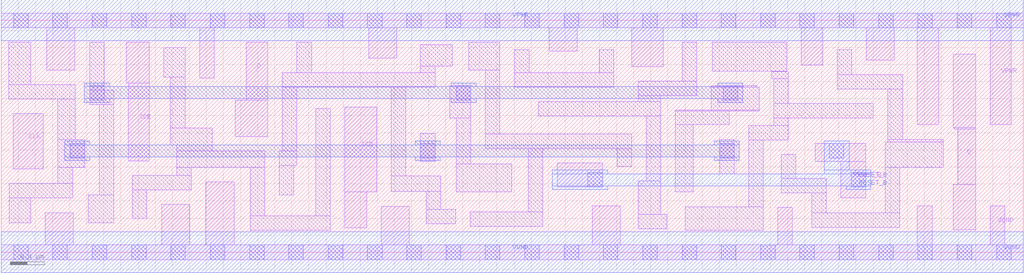
<source format=lef>
# Copyright 2020 The SkyWater PDK Authors
#
# Licensed under the Apache License, Version 2.0 (the "License");
# you may not use this file except in compliance with the License.
# You may obtain a copy of the License at
#
#     https://www.apache.org/licenses/LICENSE-2.0
#
# Unless required by applicable law or agreed to in writing, software
# distributed under the License is distributed on an "AS IS" BASIS,
# WITHOUT WARRANTIES OR CONDITIONS OF ANY KIND, either express or implied.
# See the License for the specific language governing permissions and
# limitations under the License.
#
# SPDX-License-Identifier: Apache-2.0

VERSION 5.7 ;
  NAMESCASESENSITIVE ON ;
  NOWIREEXTENSIONATPIN ON ;
  DIVIDERCHAR "/" ;
  BUSBITCHARS "[]" ;
UNITS
  DATABASE MICRONS 200 ;
END UNITS
MACRO sky130_fd_sc_hd__sdfrtp_2
  CLASS CORE ;
  SOURCE USER ;
  FOREIGN sky130_fd_sc_hd__sdfrtp_2 ;
  ORIGIN  0.000000  0.000000 ;
  SIZE  11.96000 BY  2.720000 ;
  SYMMETRY X Y R90 ;
  SITE unithd ;
  PIN D
    ANTENNAGATEAREA  0.144000 ;
    DIRECTION INPUT ;
    USE SIGNAL ;
    PORT
      LAYER li1 ;
        RECT 2.735000 1.355000 3.120000 1.785000 ;
        RECT 2.865000 1.785000 3.120000 2.465000 ;
    END
  END D
  PIN Q
    ANTENNADIFFAREA  0.445500 ;
    DIRECTION OUTPUT ;
    USE SIGNAL ;
    PORT
      LAYER li1 ;
        RECT 11.140000 0.265000 11.400000 0.795000 ;
        RECT 11.140000 1.460000 11.400000 2.325000 ;
        RECT 11.150000 1.445000 11.400000 1.460000 ;
        RECT 11.190000 0.795000 11.400000 1.445000 ;
    END
  END Q
  PIN RESET_B
    ANTENNAGATEAREA  0.252000 ;
    DIRECTION INPUT ;
    USE SIGNAL ;
    PORT
      LAYER li1 ;
        RECT 6.505000 0.765000  7.035000 1.045000 ;
        RECT 9.525000 1.065000 10.115000 1.275000 ;
        RECT 9.825000 0.635000 10.115000 1.065000 ;
      LAYER mcon ;
        RECT 6.865000 0.765000  7.035000 0.935000 ;
        RECT 9.690000 1.105000  9.860000 1.275000 ;
        RECT 9.945000 0.765000 10.115000 0.935000 ;
      LAYER met1 ;
        RECT 6.445000 0.735000  7.095000 0.780000 ;
        RECT 6.445000 0.780000 10.175000 0.920000 ;
        RECT 6.445000 0.920000  7.095000 0.965000 ;
        RECT 9.630000 0.920000 10.175000 0.965000 ;
        RECT 9.630000 0.965000  9.920000 1.305000 ;
        RECT 9.885000 0.735000 10.175000 0.780000 ;
    END
  END RESET_B
  PIN SCD
    ANTENNAGATEAREA  0.156600 ;
    DIRECTION INPUT ;
    USE SIGNAL ;
    PORT
      LAYER li1 ;
        RECT 4.020000 0.285000 4.275000 0.710000 ;
        RECT 4.020000 0.710000 4.395000 1.700000 ;
    END
  END SCD
  PIN SCE
    ANTENNAGATEAREA  0.435000 ;
    DIRECTION INPUT ;
    USE SIGNAL ;
    PORT
      LAYER li1 ;
        RECT 1.465000 1.985000 1.730000 2.465000 ;
        RECT 1.485000 1.070000 1.730000 1.985000 ;
    END
  END SCE
  PIN CLK
    ANTENNAGATEAREA  0.247500 ;
    DIRECTION INPUT ;
    USE CLOCK ;
    PORT
      LAYER li1 ;
        RECT 0.140000 0.975000 0.490000 1.625000 ;
    END
  END CLK
  PIN VGND
    DIRECTION INOUT ;
    SHAPE ABUTMENT ;
    USE GROUND ;
    PORT
      LAYER li1 ;
        RECT  0.000000 -0.085000 11.960000 0.085000 ;
        RECT  0.515000  0.085000  0.845000 0.465000 ;
        RECT  1.875000  0.085000  2.205000 0.560000 ;
        RECT  2.395000  0.085000  2.725000 0.825000 ;
        RECT  4.445000  0.085000  4.775000 0.540000 ;
        RECT  6.915000  0.085000  7.245000 0.545000 ;
        RECT  9.085000  0.085000  9.255000 0.525000 ;
        RECT 10.720000  0.085000 10.890000 0.545000 ;
        RECT 11.570000  0.085000 11.740000 0.545000 ;
      LAYER mcon ;
        RECT  0.145000 -0.085000  0.315000 0.085000 ;
        RECT  0.605000 -0.085000  0.775000 0.085000 ;
        RECT  1.065000 -0.085000  1.235000 0.085000 ;
        RECT  1.525000 -0.085000  1.695000 0.085000 ;
        RECT  1.985000 -0.085000  2.155000 0.085000 ;
        RECT  2.445000 -0.085000  2.615000 0.085000 ;
        RECT  2.905000 -0.085000  3.075000 0.085000 ;
        RECT  3.365000 -0.085000  3.535000 0.085000 ;
        RECT  3.825000 -0.085000  3.995000 0.085000 ;
        RECT  4.285000 -0.085000  4.455000 0.085000 ;
        RECT  4.745000 -0.085000  4.915000 0.085000 ;
        RECT  5.205000 -0.085000  5.375000 0.085000 ;
        RECT  5.665000 -0.085000  5.835000 0.085000 ;
        RECT  6.125000 -0.085000  6.295000 0.085000 ;
        RECT  6.585000 -0.085000  6.755000 0.085000 ;
        RECT  7.045000 -0.085000  7.215000 0.085000 ;
        RECT  7.505000 -0.085000  7.675000 0.085000 ;
        RECT  7.965000 -0.085000  8.135000 0.085000 ;
        RECT  8.425000 -0.085000  8.595000 0.085000 ;
        RECT  8.885000 -0.085000  9.055000 0.085000 ;
        RECT  9.345000 -0.085000  9.515000 0.085000 ;
        RECT  9.805000 -0.085000  9.975000 0.085000 ;
        RECT 10.265000 -0.085000 10.435000 0.085000 ;
        RECT 10.725000 -0.085000 10.895000 0.085000 ;
        RECT 11.185000 -0.085000 11.355000 0.085000 ;
        RECT 11.645000 -0.085000 11.815000 0.085000 ;
      LAYER met1 ;
        RECT 0.000000 -0.240000 11.960000 0.240000 ;
    END
  END VGND
  PIN VPWR
    DIRECTION INOUT ;
    SHAPE ABUTMENT ;
    USE POWER ;
    PORT
      LAYER li1 ;
        RECT  0.000000 2.635000 11.960000 2.805000 ;
        RECT  0.530000 2.135000  0.860000 2.635000 ;
        RECT  2.320000 2.040000  2.490000 2.635000 ;
        RECT  4.300000 2.275000  4.630000 2.635000 ;
        RECT  6.410000 2.355000  6.740000 2.635000 ;
        RECT  7.375000 2.175000  7.745000 2.635000 ;
        RECT  9.360000 2.195000  9.610000 2.635000 ;
        RECT 10.120000 2.255000 10.450000 2.635000 ;
        RECT 10.720000 1.495000 10.970000 2.635000 ;
        RECT 11.570000 1.495000 11.820000 2.635000 ;
      LAYER mcon ;
        RECT  0.145000 2.635000  0.315000 2.805000 ;
        RECT  0.605000 2.635000  0.775000 2.805000 ;
        RECT  1.065000 2.635000  1.235000 2.805000 ;
        RECT  1.525000 2.635000  1.695000 2.805000 ;
        RECT  1.985000 2.635000  2.155000 2.805000 ;
        RECT  2.445000 2.635000  2.615000 2.805000 ;
        RECT  2.905000 2.635000  3.075000 2.805000 ;
        RECT  3.365000 2.635000  3.535000 2.805000 ;
        RECT  3.825000 2.635000  3.995000 2.805000 ;
        RECT  4.285000 2.635000  4.455000 2.805000 ;
        RECT  4.745000 2.635000  4.915000 2.805000 ;
        RECT  5.205000 2.635000  5.375000 2.805000 ;
        RECT  5.665000 2.635000  5.835000 2.805000 ;
        RECT  6.125000 2.635000  6.295000 2.805000 ;
        RECT  6.585000 2.635000  6.755000 2.805000 ;
        RECT  7.045000 2.635000  7.215000 2.805000 ;
        RECT  7.505000 2.635000  7.675000 2.805000 ;
        RECT  7.965000 2.635000  8.135000 2.805000 ;
        RECT  8.425000 2.635000  8.595000 2.805000 ;
        RECT  8.885000 2.635000  9.055000 2.805000 ;
        RECT  9.345000 2.635000  9.515000 2.805000 ;
        RECT  9.805000 2.635000  9.975000 2.805000 ;
        RECT 10.265000 2.635000 10.435000 2.805000 ;
        RECT 10.725000 2.635000 10.895000 2.805000 ;
        RECT 11.185000 2.635000 11.355000 2.805000 ;
        RECT 11.645000 2.635000 11.815000 2.805000 ;
      LAYER met1 ;
        RECT 0.000000 2.480000 11.960000 2.960000 ;
    END
  END VPWR
  OBS
    LAYER li1 ;
      RECT  0.090000 1.795000  0.865000 1.965000 ;
      RECT  0.090000 1.965000  0.345000 2.465000 ;
      RECT  0.095000 0.345000  0.345000 0.635000 ;
      RECT  0.095000 0.635000  0.835000 0.805000 ;
      RECT  0.660000 0.805000  0.835000 0.995000 ;
      RECT  0.660000 0.995000  0.975000 1.325000 ;
      RECT  0.660000 1.325000  0.865000 1.795000 ;
      RECT  1.015000 0.345000  1.315000 0.675000 ;
      RECT  1.035000 1.730000  1.315000 1.900000 ;
      RECT  1.035000 1.900000  1.205000 2.465000 ;
      RECT  1.145000 0.675000  1.315000 1.730000 ;
      RECT  1.535000 0.395000  1.705000 0.730000 ;
      RECT  1.535000 0.730000  2.225000 0.900000 ;
      RECT  1.900000 2.055000  2.150000 2.400000 ;
      RECT  1.980000 1.260000  2.470000 1.455000 ;
      RECT  1.980000 1.455000  2.150000 2.055000 ;
      RECT  2.055000 0.900000  2.225000 0.995000 ;
      RECT  2.055000 0.995000  3.085000 1.185000 ;
      RECT  2.055000 1.185000  2.470000 1.260000 ;
      RECT  2.915000 0.255000  3.850000 0.425000 ;
      RECT  2.915000 0.425000  3.085000 0.995000 ;
      RECT  3.255000 0.675000  3.425000 1.015000 ;
      RECT  3.255000 1.015000  3.460000 1.185000 ;
      RECT  3.290000 1.185000  3.460000 1.935000 ;
      RECT  3.290000 1.935000  5.075000 2.105000 ;
      RECT  3.460000 2.105000  3.630000 2.465000 ;
      RECT  3.680000 0.425000  3.850000 1.685000 ;
      RECT  4.565000 0.715000  5.145000 0.895000 ;
      RECT  4.565000 0.895000  4.735000 1.935000 ;
      RECT  4.905000 1.065000  5.075000 1.395000 ;
      RECT  4.905000 2.105000  5.075000 2.185000 ;
      RECT  4.905000 2.185000  5.275000 2.435000 ;
      RECT  4.975000 0.335000  5.315000 0.505000 ;
      RECT  4.975000 0.505000  5.145000 0.715000 ;
      RECT  5.245000 1.575000  5.495000 1.955000 ;
      RECT  5.325000 0.705000  5.975000 1.035000 ;
      RECT  5.325000 1.035000  5.495000 1.575000 ;
      RECT  5.470000 2.135000  5.835000 2.465000 ;
      RECT  5.485000 0.305000  6.335000 0.475000 ;
      RECT  5.665000 1.215000  7.375000 1.385000 ;
      RECT  5.665000 1.385000  5.835000 2.135000 ;
      RECT  6.005000 1.935000  7.165000 2.105000 ;
      RECT  6.005000 2.105000  6.175000 2.375000 ;
      RECT  6.165000 0.475000  6.335000 1.215000 ;
      RECT  6.285000 1.595000  7.715000 1.765000 ;
      RECT  6.995000 2.105000  7.165000 2.375000 ;
      RECT  7.205000 1.005000  7.375000 1.215000 ;
      RECT  7.455000 0.275000  7.785000 0.445000 ;
      RECT  7.455000 0.445000  7.715000 0.835000 ;
      RECT  7.455000 1.765000  7.715000 1.835000 ;
      RECT  7.455000 1.835000  8.140000 2.005000 ;
      RECT  7.545000 0.835000  7.715000 1.595000 ;
      RECT  7.885000 0.705000  8.095000 1.495000 ;
      RECT  7.885000 1.495000  8.520000 1.655000 ;
      RECT  7.885000 1.655000  8.870000 1.665000 ;
      RECT  7.970000 2.005000  8.140000 2.465000 ;
      RECT  8.005000 0.255000  8.915000 0.535000 ;
      RECT  8.310000 1.665000  8.870000 1.935000 ;
      RECT  8.310000 1.935000  8.840000 1.955000 ;
      RECT  8.320000 2.125000  9.190000 2.465000 ;
      RECT  8.405000 0.920000  8.575000 1.325000 ;
      RECT  8.745000 0.535000  8.915000 1.315000 ;
      RECT  8.745000 1.315000  9.210000 1.485000 ;
      RECT  9.015000 2.035000  9.210000 2.115000 ;
      RECT  9.015000 2.115000  9.190000 2.125000 ;
      RECT  9.040000 1.485000  9.210000 1.575000 ;
      RECT  9.040000 1.575000 10.205000 1.745000 ;
      RECT  9.040000 1.745000  9.210000 2.035000 ;
      RECT  9.125000 0.695000  9.655000 0.865000 ;
      RECT  9.125000 0.865000  9.295000 1.145000 ;
      RECT  9.485000 0.295000 10.515000 0.465000 ;
      RECT  9.485000 0.465000  9.655000 0.695000 ;
      RECT  9.780000 1.915000 10.545000 2.085000 ;
      RECT  9.780000 2.085000  9.950000 2.375000 ;
      RECT 10.345000 0.465000 10.515000 0.995000 ;
      RECT 10.345000 0.995000 11.020000 1.295000 ;
      RECT 10.375000 1.295000 11.020000 1.325000 ;
      RECT 10.375000 1.325000 10.545000 1.915000 ;
    LAYER mcon ;
      RECT 0.805000 1.105000 0.975000 1.275000 ;
      RECT 1.035000 1.785000 1.205000 1.955000 ;
      RECT 4.905000 1.105000 5.075000 1.275000 ;
      RECT 5.325000 1.785000 5.495000 1.955000 ;
      RECT 8.405000 1.105000 8.575000 1.275000 ;
      RECT 8.445000 1.785000 8.615000 1.955000 ;
    LAYER met1 ;
      RECT 0.745000 1.075000 1.035000 1.120000 ;
      RECT 0.745000 1.120000 8.635000 1.260000 ;
      RECT 0.745000 1.260000 1.035000 1.305000 ;
      RECT 0.970000 1.755000 1.270000 1.800000 ;
      RECT 0.970000 1.800000 8.675000 1.940000 ;
      RECT 0.970000 1.940000 1.270000 1.985000 ;
      RECT 4.845000 1.075000 5.135000 1.120000 ;
      RECT 4.845000 1.260000 5.135000 1.305000 ;
      RECT 5.265000 1.755000 5.555000 1.800000 ;
      RECT 5.265000 1.940000 5.555000 1.985000 ;
      RECT 8.345000 1.075000 8.635000 1.120000 ;
      RECT 8.345000 1.260000 8.635000 1.305000 ;
      RECT 8.385000 1.755000 8.675000 1.800000 ;
      RECT 8.385000 1.940000 8.675000 1.985000 ;
  END
END sky130_fd_sc_hd__sdfrtp_2

</source>
